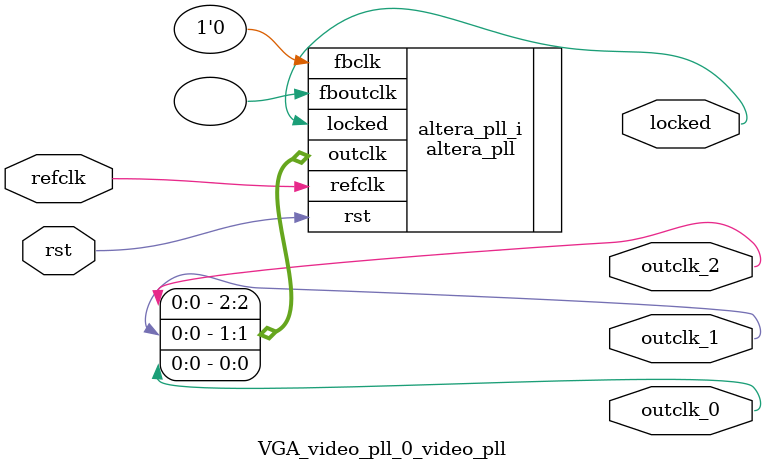
<source format=v>
`timescale 1ns/10ps
module  VGA_video_pll_0_video_pll(

	// interface 'refclk'
	input wire refclk,

	// interface 'reset'
	input wire rst,

	// interface 'outclk0'
	output wire outclk_0,

	// interface 'outclk1'
	output wire outclk_1,

	// interface 'outclk2'
	output wire outclk_2,

	// interface 'locked'
	output wire locked
);

	altera_pll #(
		.fractional_vco_multiplier("false"),
		.reference_clock_frequency("50.0 MHz"),
		.operation_mode("direct"),
		.number_of_clocks(3),
		.output_clock_frequency0("25.000000 MHz"),
		.phase_shift0("0 ps"),
		.duty_cycle0(50),
		.output_clock_frequency1("25.000000 MHz"),
		.phase_shift1("0 ps"),
		.duty_cycle1(50),
		.output_clock_frequency2("33.000000 MHz"),
		.phase_shift2("0 ps"),
		.duty_cycle2(50),
		.output_clock_frequency3("0 MHz"),
		.phase_shift3("0 ps"),
		.duty_cycle3(50),
		.output_clock_frequency4("0 MHz"),
		.phase_shift4("0 ps"),
		.duty_cycle4(50),
		.output_clock_frequency5("0 MHz"),
		.phase_shift5("0 ps"),
		.duty_cycle5(50),
		.output_clock_frequency6("0 MHz"),
		.phase_shift6("0 ps"),
		.duty_cycle6(50),
		.output_clock_frequency7("0 MHz"),
		.phase_shift7("0 ps"),
		.duty_cycle7(50),
		.output_clock_frequency8("0 MHz"),
		.phase_shift8("0 ps"),
		.duty_cycle8(50),
		.output_clock_frequency9("0 MHz"),
		.phase_shift9("0 ps"),
		.duty_cycle9(50),
		.output_clock_frequency10("0 MHz"),
		.phase_shift10("0 ps"),
		.duty_cycle10(50),
		.output_clock_frequency11("0 MHz"),
		.phase_shift11("0 ps"),
		.duty_cycle11(50),
		.output_clock_frequency12("0 MHz"),
		.phase_shift12("0 ps"),
		.duty_cycle12(50),
		.output_clock_frequency13("0 MHz"),
		.phase_shift13("0 ps"),
		.duty_cycle13(50),
		.output_clock_frequency14("0 MHz"),
		.phase_shift14("0 ps"),
		.duty_cycle14(50),
		.output_clock_frequency15("0 MHz"),
		.phase_shift15("0 ps"),
		.duty_cycle15(50),
		.output_clock_frequency16("0 MHz"),
		.phase_shift16("0 ps"),
		.duty_cycle16(50),
		.output_clock_frequency17("0 MHz"),
		.phase_shift17("0 ps"),
		.duty_cycle17(50),
		.pll_type("General"),
		.pll_subtype("General")
	) altera_pll_i (
		.rst	(rst),
		.outclk	({outclk_2, outclk_1, outclk_0}),
		.locked	(locked),
		.fboutclk	( ),
		.fbclk	(1'b0),
		.refclk	(refclk)
	);
endmodule


</source>
